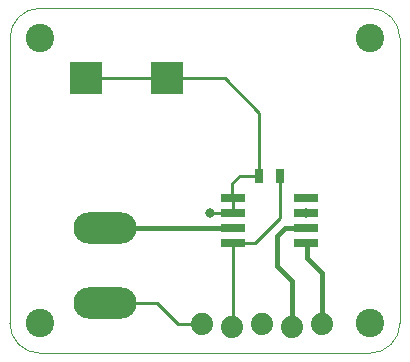
<source format=gtl>
%FSLAX23Y23*%
%MOIN*%
G04 EasyPC Gerber Version 15.0.4 Build 3016 *
%ADD28R,0.03150X0.04724*%
%ADD14R,0.10500X0.10500*%
%ADD22C,0.00100*%
%ADD71C,0.01000*%
%ADD17C,0.01500*%
%ADD16C,0.03200*%
%ADD13C,0.07400*%
%ADD12C,0.09461*%
%ADD15O,0.21000X0.10500*%
%ADD27R,0.08000X0.02600*%
X0Y0D02*
D02*
D12*
X101Y100D03*
Y1050D03*
X1201Y100D03*
Y1050D03*
D02*
D13*
X642Y96D03*
X742Y86D03*
X842Y96D03*
X942Y86D03*
X1042Y96D03*
D02*
D14*
X255Y916D03*
X525D03*
D02*
D15*
X317Y166D03*
Y416D03*
D02*
D16*
X667Y466D03*
X988D03*
D02*
D17*
X746Y416D02*
X317D01*
X942Y86D02*
Y241D01*
X892Y291*
Y391*
X917Y416*
X988*
Y466D02*
X1042Y96*
Y266D01*
X992Y316*
Y362*
X988Y366*
D02*
D71*
X255Y916D02*
X525D01*
X642Y96D02*
X562D01*
X492Y166*
X317*
X746Y366D02*
Y90D01*
X742Y86*
X746Y466D02*
X667D01*
X746Y516D02*
Y466D01*
X832Y591D02*
X767D01*
X742Y566*
Y520*
X746Y516*
X832Y591D02*
Y801D01*
X717Y916*
X525*
X902Y591D02*
Y451D01*
X817Y366*
X746*
D02*
D22*
X1301Y100D02*
Y1050D01*
G75*
G03X1201Y1150I-100*
G01*
X101*
G75*
G03X1Y1050J-100*
G01*
Y100*
G75*
G03X101Y0I100*
G01*
X1201*
G75*
G03X1301Y100J100*
G01*
D02*
D27*
X746Y366D03*
Y416D03*
Y466D03*
Y516D03*
X988Y366D03*
Y416D03*
Y466D03*
Y516D03*
D02*
D28*
X832Y591D03*
X902D03*
X0Y0D02*
M02*

</source>
